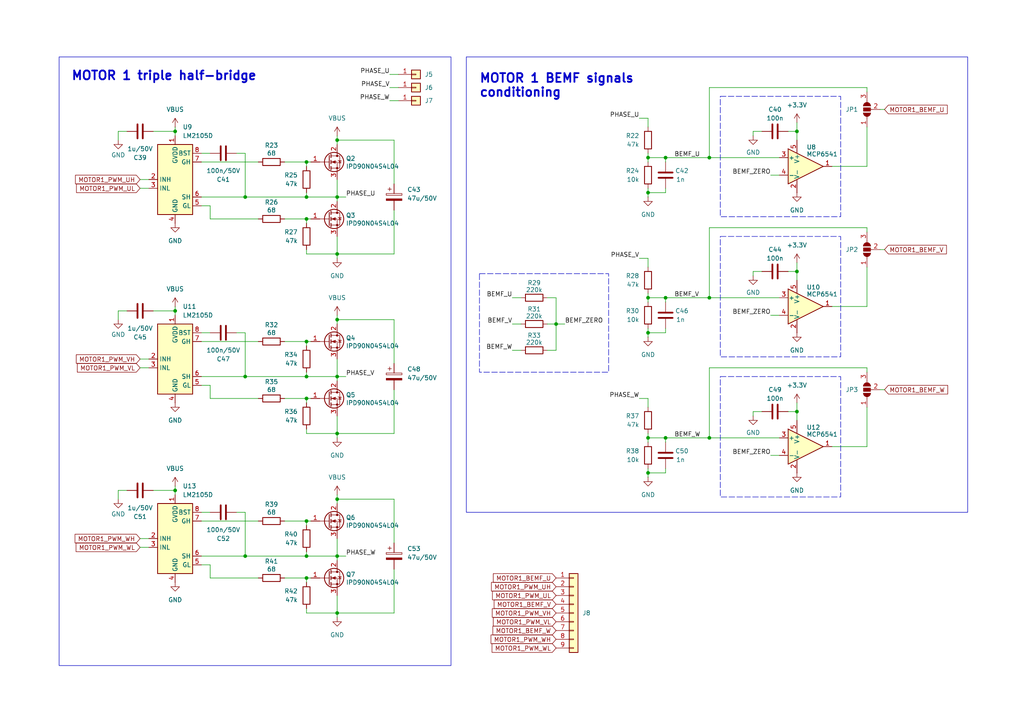
<source format=kicad_sch>
(kicad_sch (version 20250114) (generator "eeschema") (generator_version "9.0")
  (paper "A4")
  (title_block (title "Hogger2 Controller") (date "2025-03-09") (rev "V1.1") (comment 4 "Author: Eryk Możdżeń"))
  (lib_symbols
    (symbol "Comparator:MCP6561-OT" (pin_names (offset 0.127))
      (property "Reference" "U" (at -1.27 6.35 0))
      (property "Value" "MCP6561-OT" (at -1.27 3.81 0))
      (symbol "MCP6561-OT_0_1"
        (polyline (pts (xy -5.08 5.08) (xy 5.08 0) (xy -5.08 -5.08) (xy -5.08 5.08)) (stroke (width 0.254)) (fill (type background)))
        (pin power_in line (at -2.54 7.62 270) (length 3.81) (name "V+") (number "5"))
        (pin power_in line (at -2.54 -7.62 90) (length 3.81) (name "V-") (number "2"))
      )
      (symbol "MCP6561-OT_1_1"
        (pin input line (at -7.62 2.54 0) (length 2.54) (name "+") (number "3"))
        (pin input line (at -7.62 -2.54 0) (length 2.54) (name "-") (number "4"))
        (pin output line (at 7.62 0 180) (length 2.54) (name "~") (number "1"))
      )
    )
    (symbol "Connector_Generic:Conn_01x01" (pin_names (offset 1.016) (hide yes))
      (property "Reference" "J" (at 0 2.54 0))
      (property "Value" "Conn_01x01" (at 0 -2.54 0))
      (symbol "Conn_01x01_1_1"
        (rectangle (start -1.27 1.27) (end 1.27 -1.27) (stroke (width 0.254)) (fill (type background)))
        (rectangle (start -1.27 0.127) (end 0 -0.127) (stroke (width 0.1524)))
        (pin passive line (at -5.08 0 0) (length 3.81) (name "Pin_1") (number "1"))
      )
    )
    (symbol "Connector_Generic:Conn_01x09" (pin_names (offset 1.016) (hide yes))
      (property "Reference" "J" (at 0 12.7 0))
      (property "Value" "Conn_01x09" (at 0 -12.7 0))
      (symbol "Conn_01x09_1_1"
        (rectangle (start -1.27 11.43) (end 1.27 -11.43) (stroke (width 0.254)) (fill (type background)))
        (rectangle (start -1.27 10.287) (end 0 10.033) (stroke (width 0.1524)))
        (rectangle (start -1.27 7.747) (end 0 7.493) (stroke (width 0.1524)))
        (rectangle (start -1.27 5.207) (end 0 4.953) (stroke (width 0.1524)))
        (rectangle (start -1.27 2.667) (end 0 2.413) (stroke (width 0.1524)))
        (rectangle (start -1.27 0.127) (end 0 -0.127) (stroke (width 0.1524)))
        (rectangle (start -1.27 -2.413) (end 0 -2.667) (stroke (width 0.1524)))
        (rectangle (start -1.27 -4.953) (end 0 -5.207) (stroke (width 0.1524)))
        (rectangle (start -1.27 -7.493) (end 0 -7.747) (stroke (width 0.1524)))
        (rectangle (start -1.27 -10.033) (end 0 -10.287) (stroke (width 0.1524)))
        (pin passive line (at -5.08 10.16 0) (length 3.81) (name "Pin_1") (number "1"))
        (pin passive line (at -5.08 7.62 0) (length 3.81) (name "Pin_2") (number "2"))
        (pin passive line (at -5.08 5.08 0) (length 3.81) (name "Pin_3") (number "3"))
        (pin passive line (at -5.08 2.54 0) (length 3.81) (name "Pin_4") (number "4"))
        (pin passive line (at -5.08 0 0) (length 3.81) (name "Pin_5") (number "5"))
        (pin passive line (at -5.08 -2.54 0) (length 3.81) (name "Pin_6") (number "6"))
        (pin passive line (at -5.08 -5.08 0) (length 3.81) (name "Pin_7") (number "7"))
        (pin passive line (at -5.08 -7.62 0) (length 3.81) (name "Pin_8") (number "8"))
        (pin passive line (at -5.08 -10.16 0) (length 3.81) (name "Pin_9") (number "9"))
      )
    )
    (symbol "Device:C" (pin_numbers (hide yes)) (pin_names (offset 0.254))
      (property "Reference" "C" (at 0.635 2.54 0))
      (property "Value" "C" (at 0.635 -2.54 0))
      (symbol "C_0_1"
        (polyline (pts (xy -2.032 0.762) (xy 2.032 0.762)) (stroke (width 0.508)))
        (polyline (pts (xy -2.032 -0.762) (xy 2.032 -0.762)) (stroke (width 0.508)))
      )
      (symbol "C_1_1"
        (pin passive line (at 0 3.81 270) (length 2.794) (name "~") (number "1"))
        (pin passive line (at 0 -3.81 90) (length 2.794) (name "~") (number "2"))
      )
    )
    (symbol "Device:C_Polarized" (pin_numbers (hide yes)) (pin_names (offset 0.254))
      (property "Reference" "C" (at 0.635 2.54 0))
      (property "Value" "C_Polarized" (at 0.635 -2.54 0))
      (symbol "C_Polarized_0_1"
        (rectangle (start -2.286 0.508) (end 2.286 1.016))
        (polyline (pts (xy -1.778 2.286) (xy -0.762 2.286)))
        (polyline (pts (xy -1.27 2.794) (xy -1.27 1.778)))
        (rectangle (start 2.286 -0.508) (end -2.286 -1.016) (fill (type outline)))
      )
      (symbol "C_Polarized_1_1"
        (pin passive line (at 0 3.81 270) (length 2.794) (name "~") (number "1"))
        (pin passive line (at 0 -3.81 90) (length 2.794) (name "~") (number "2"))
      )
    )
    (symbol "Device:Q_NMOS_GDS" (pin_names (offset 0) (hide yes))
      (property "Reference" "Q" (at 5.08 1.27 0))
      (property "Value" "Q_NMOS_GDS" (at 5.08 -1.27 0))
      (symbol "Q_NMOS_GDS_0_1"
        (polyline (pts (xy 0.254 1.905) (xy 0.254 -1.905)) (stroke (width 0.254)))
        (polyline (pts (xy 0.254 0) (xy -2.54 0)))
        (polyline (pts (xy 0.762 2.286) (xy 0.762 1.27)) (stroke (width 0.254)))
        (polyline (pts (xy 0.762 0.508) (xy 0.762 -0.508)) (stroke (width 0.254)))
        (polyline (pts (xy 0.762 -1.27) (xy 0.762 -2.286)) (stroke (width 0.254)))
        (polyline (pts (xy 0.762 -1.778) (xy 3.302 -1.778) (xy 3.302 1.778) (xy 0.762 1.778)))
        (polyline (pts (xy 1.016 0) (xy 2.032 0.381) (xy 2.032 -0.381) (xy 1.016 0)) (fill (type outline)))
        (circle (center 1.651 0) (radius 2.794) (stroke (width 0.254)))
        (polyline (pts (xy 2.54 2.54) (xy 2.54 1.778)))
        (circle (center 2.54 1.778) (radius 0.254) (fill (type outline)))
        (circle (center 2.54 -1.778) (radius 0.254) (fill (type outline)))
        (polyline (pts (xy 2.54 -2.54) (xy 2.54 0) (xy 0.762 0)))
        (polyline (pts (xy 2.794 0.508) (xy 2.921 0.381) (xy 3.683 0.381) (xy 3.81 0.254)))
        (polyline (pts (xy 3.302 0.381) (xy 2.921 -0.254) (xy 3.683 -0.254) (xy 3.302 0.381)))
      )
      (symbol "Q_NMOS_GDS_1_1"
        (pin input line (at -5.08 0 0) (length 2.54) (name "G") (number "1"))
        (pin passive line (at 2.54 5.08 270) (length 2.54) (name "D") (number "2"))
        (pin passive line (at 2.54 -5.08 90) (length 2.54) (name "S") (number "3"))
      )
    )
    (symbol "Device:R" (pin_numbers (hide yes)) (pin_names (offset 0))
      (property "Reference" "R" (at 2.032 0 90))
      (property "Value" "R" (at 0 0 90))
      (symbol "R_0_1"
        (rectangle (start -1.016 -2.54) (end 1.016 2.54) (stroke (width 0.254)))
      )
      (symbol "R_1_1"
        (pin passive line (at 0 3.81 270) (length 1.27) (name "~") (number "1"))
        (pin passive line (at 0 -3.81 90) (length 1.27) (name "~") (number "2"))
      )
    )
    (symbol "Driver_FET:LM2105D"
      (property "Reference" "U" (at 1.27 13.335 0))
      (property "Value" "LM2105D" (at 1.27 11.43 0))
      (symbol "LM2105D_0_1"
        (rectangle (start -5.08 -10.16) (end 5.08 10.16) (stroke (width 0.254)) (fill (type background)))
      )
      (symbol "LM2105D_1_1"
        (pin input line (at -7.62 0 0) (length 2.54) (name "INH") (number "2"))
        (pin input line (at -7.62 -2.54 0) (length 2.54) (name "INL") (number "3"))
        (pin power_in line (at 0 12.7 270) (length 2.54) (name "GVDD") (number "1"))
        (pin power_in line (at 0 -12.7 90) (length 2.54) (name "GND") (number "4"))
        (pin passive line (at 7.62 7.62 180) (length 2.54) (name "BST") (number "8"))
        (pin output line (at 7.62 5.08 180) (length 2.54) (name "GH") (number "7"))
        (pin passive line (at 7.62 -5.08 180) (length 2.54) (name "SH") (number "6"))
        (pin output line (at 7.62 -7.62 180) (length 2.54) (name "GL") (number "5"))
      )
    )
    (symbol "Jumper:SolderJumper_3_Open" (pin_names (offset 0) (hide yes)) (exclude_from_sim yes) (in_bom no)
      (property "Reference" "JP" (at -2.54 -2.54 0))
      (property "Value" "SolderJumper_3_Open" (at 0 2.794 0))
      (symbol "SolderJumper_3_Open_0_1"
        (polyline (pts (xy -2.54 0) (xy -2.032 0)))
        (polyline (pts (xy -1.016 1.016) (xy -1.016 -1.016)))
        (arc (start -1.016 -1.016) (mid -2.0276 0) (end -1.016 1.016))
        (arc (start -1.016 -1.016) (mid -2.0276 0) (end -1.016 1.016) (fill (type outline)))
        (rectangle (start -0.508 1.016) (end 0.508 -1.016) (fill (type outline)))
        (polyline (pts (xy 0 -1.27) (xy 0 -1.016)))
        (arc (start 1.016 1.016) (mid 2.0276 0) (end 1.016 -1.016))
        (arc (start 1.016 1.016) (mid 2.0276 0) (end 1.016 -1.016) (fill (type outline)))
        (polyline (pts (xy 1.016 1.016) (xy 1.016 -1.016)))
        (polyline (pts (xy 2.54 0) (xy 2.032 0)))
      )
      (symbol "SolderJumper_3_Open_1_1"
        (pin passive line (at -5.08 0 0) (length 2.54) (name "A") (number "1"))
        (pin passive line (at 0 -3.81 90) (length 2.54) (name "C") (number "2"))
        (pin passive line (at 5.08 0 180) (length 2.54) (name "B") (number "3"))
      )
    )
    (symbol "VBUS_1" (power) (pin_numbers (hide yes)) (pin_names (offset 0) (hide yes))
      (property "Value" "VBUS" (at 0 3.556 0))
      (symbol "VBUS_1_0_1"
        (polyline (pts (xy -0.762 1.27) (xy 0 2.54)))
        (polyline (pts (xy 0 2.54) (xy 0.762 1.27)))
        (polyline (pts (xy 0 0) (xy 0 2.54)))
      )
      (symbol "VBUS_1_1_1"
        (pin power_in line (at 0 0 90) (length 0) (name "~") (number "1"))
      )
    )
    (symbol "power:+3.3V" (power) (pin_names (offset 0))
      (property "Value" "+3.3V" (at 0 3.556 0))
      (symbol "+3.3V_0_1"
        (polyline (pts (xy -0.762 1.27) (xy 0 2.54)))
        (polyline (pts (xy 0 2.54) (xy 0.762 1.27)))
        (polyline (pts (xy 0 0) (xy 0 2.54)))
      )
      (symbol "+3.3V_1_1"
        (pin power_in line (at 0 0 90) (length 0) (hide yes) (name "+3.3V") (number "1"))
      )
    )
    (symbol "power:GND" (power) (pin_numbers (hide yes)) (pin_names (offset 0) (hide yes))
      (property "Value" "GND" (at 0 -3.81 0))
      (symbol "GND_0_1"
        (polyline (pts (xy 0 0) (xy 0 -1.27) (xy 1.27 -1.27) (xy 0 -2.54) (xy -1.27 -1.27) (xy 0 -1.27)))
      )
      (symbol "GND_1_1"
        (pin power_in line (at 0 0 270) (length 0) (name "~") (number "1"))
      )
    )
  )
  (rectangle (start 208.915 109.22) (end 243.84 144.145) (stroke (width 0) (type dash)))
  (rectangle (start 243.84 77.47) (end 243.84 77.47))
  (rectangle (start 139.065 79.375) (end 176.53 107.95) (stroke (width 0) (type dash)))
  (rectangle (start 17.145 16.51) (end 130.81 193.04))
  (rectangle (start 208.915 68.58) (end 243.84 103.505) (stroke (width 0) (type dash)))
  (rectangle (start 243.84 118.11) (end 243.84 118.11))
  (rectangle (start 208.915 27.94) (end 243.84 62.865) (stroke (width 0) (type dash)))
  (rectangle (start 135.255 16.51) (end 280.67 148.59))
  (rectangle (start 243.84 36.83) (end 243.84 36.83))
  (text "MOTOR 1 triple half-bridge" (at 20.574 22.098 0) (effects (font (size 2.54 2.54) (thickness 0.508) (bold yes)) (justify left)))
  (text "MOTOR 1 BEMF signals\nconditioning" (at 138.938 24.892 0) (effects (font (size 2.54 2.54) (thickness 0.508) (bold yes)) (justify left)))
  (junction (at 71.12 57.15))
  (junction (at 231.14 78.74))
  (junction (at 88.9 63.5))
  (junction (at 97.79 144.78))
  (junction (at 193.04 127))
  (junction (at 88.9 161.29))
  (junction (at 97.79 161.29))
  (junction (at 187.96 86.36))
  (junction (at 231.14 119.38))
  (junction (at 71.12 161.29))
  (junction (at 205.74 45.72))
  (junction (at 187.96 55.88))
  (junction (at 97.79 109.22))
  (junction (at 187.96 137.16))
  (junction (at 50.8 90.17))
  (junction (at 97.79 92.71))
  (junction (at 88.9 167.64))
  (junction (at 97.79 125.73))
  (junction (at 187.96 45.72))
  (junction (at 71.12 109.22))
  (junction (at 187.96 96.52))
  (junction (at 97.79 73.66))
  (junction (at 50.8 38.1))
  (junction (at 205.74 86.36))
  (junction (at 50.8 142.24))
  (junction (at 193.04 45.72))
  (junction (at 97.79 177.8))
  (junction (at 88.9 115.57))
  (junction (at 97.79 57.15))
  (junction (at 88.9 99.06))
  (junction (at 231.14 38.1))
  (junction (at 88.9 57.15))
  (junction (at 193.04 86.36))
  (junction (at 88.9 151.13))
  (junction (at 88.9 109.22))
  (junction (at 88.9 46.99))
  (junction (at 97.79 40.64))
  (junction (at 187.96 127))
  (junction (at 161.29 93.98))
  (junction (at 205.74 127))
  (wire (pts (xy 88.9 176.53) (xy 88.9 177.8)))
  (wire (pts (xy 187.96 77.47) (xy 187.96 74.93)))
  (wire (pts (xy 220.98 38.1) (xy 218.44 38.1)))
  (wire (pts (xy 97.79 52.07) (xy 97.79 57.15)))
  (wire (pts (xy 82.55 46.99) (xy 88.9 46.99)))
  (wire (pts (xy 256.54 31.75) (xy 255.27 31.75)))
  (wire (pts (xy 60.96 167.64) (xy 60.96 163.83)))
  (wire (pts (xy 97.79 125.73) (xy 97.79 127)))
  (wire (pts (xy 97.79 161.29) (xy 97.79 162.56)))
  (wire (pts (xy 205.74 66.04) (xy 205.74 86.36)))
  (wire (pts (xy 97.79 125.73) (xy 114.3 125.73)))
  (wire (pts (xy 71.12 44.45) (xy 71.12 57.15)))
  (wire (pts (xy 97.79 177.8) (xy 97.79 172.72)))
  (wire (pts (xy 193.04 137.16) (xy 193.04 135.89)))
  (wire (pts (xy 114.3 157.48) (xy 114.3 144.78)))
  (wire (pts (xy 71.12 57.15) (xy 88.9 57.15)))
  (wire (pts (xy 205.74 127) (xy 226.06 127)))
  (wire (pts (xy 114.3 73.66) (xy 114.3 60.96)))
  (wire (pts (xy 58.42 57.15) (xy 71.12 57.15)))
  (wire (pts (xy 97.79 73.66) (xy 114.3 73.66)))
  (wire (pts (xy 193.04 127) (xy 205.74 127)))
  (wire (pts (xy 158.75 101.6) (xy 161.29 101.6)))
  (wire (pts (xy 88.9 167.64) (xy 88.9 168.91)))
  (wire (pts (xy 231.14 78.74) (xy 228.6 78.74)))
  (wire (pts (xy 205.74 86.36) (xy 226.06 86.36)))
  (wire (pts (xy 71.12 109.22) (xy 88.9 109.22)))
  (wire (pts (xy 88.9 151.13) (xy 88.9 152.4)))
  (wire (pts (xy 223.52 91.44) (xy 226.06 91.44)))
  (wire (pts (xy 231.14 76.2) (xy 231.14 78.74)))
  (wire (pts (xy 34.29 38.1) (xy 34.29 40.64)))
  (wire (pts (xy 58.42 151.13) (xy 74.93 151.13)))
  (wire (pts (xy 88.9 160.02) (xy 88.9 161.29)))
  (wire (pts (xy 50.8 88.9) (xy 50.8 90.17)))
  (wire (pts (xy 88.9 73.66) (xy 97.79 73.66)))
  (wire (pts (xy 187.96 97.79) (xy 187.96 96.52)))
  (wire (pts (xy 193.04 55.88) (xy 193.04 54.61)))
  (wire (pts (xy 148.59 86.36) (xy 151.13 86.36)))
  (wire (pts (xy 231.14 119.38) (xy 228.6 119.38)))
  (wire (pts (xy 251.46 77.47) (xy 251.46 88.9)))
  (wire (pts (xy 60.96 59.69) (xy 58.42 59.69)))
  (wire (pts (xy 187.96 45.72) (xy 193.04 45.72)))
  (wire (pts (xy 114.3 105.41) (xy 114.3 92.71)))
  (wire (pts (xy 187.96 55.88) (xy 187.96 54.61)))
  (wire (pts (xy 193.04 86.36) (xy 205.74 86.36)))
  (wire (pts (xy 114.3 40.64) (xy 97.79 40.64)))
  (wire (pts (xy 97.79 73.66) (xy 97.79 68.58)))
  (wire (pts (xy 60.96 163.83) (xy 58.42 163.83)))
  (wire (pts (xy 187.96 137.16) (xy 187.96 135.89)))
  (wire (pts (xy 88.9 46.99) (xy 88.9 48.26)))
  (wire (pts (xy 97.79 104.14) (xy 97.79 109.22)))
  (wire (pts (xy 114.3 177.8) (xy 114.3 165.1)))
  (wire (pts (xy 88.9 161.29) (xy 97.79 161.29)))
  (wire (pts (xy 251.46 118.11) (xy 251.46 129.54)))
  (wire (pts (xy 88.9 72.39) (xy 88.9 73.66)))
  (wire (pts (xy 97.79 73.66) (xy 97.79 74.93)))
  (wire (pts (xy 58.42 161.29) (xy 71.12 161.29)))
  (wire (pts (xy 50.8 142.24) (xy 50.8 143.51)))
  (wire (pts (xy 97.79 177.8) (xy 97.79 179.07)))
  (wire (pts (xy 231.14 40.64) (xy 231.14 38.1)))
  (wire (pts (xy 148.59 101.6) (xy 151.13 101.6)))
  (wire (pts (xy 251.46 25.4) (xy 205.74 25.4)))
  (wire (pts (xy 231.14 81.28) (xy 231.14 78.74)))
  (wire (pts (xy 50.8 38.1) (xy 50.8 39.37)))
  (wire (pts (xy 58.42 96.52) (xy 60.96 96.52)))
  (wire (pts (xy 251.46 106.68) (xy 205.74 106.68)))
  (wire (pts (xy 71.12 161.29) (xy 88.9 161.29)))
  (wire (pts (xy 187.96 127) (xy 187.96 128.27)))
  (wire (pts (xy 82.55 151.13) (xy 88.9 151.13)))
  (wire (pts (xy 241.3 88.9) (xy 251.46 88.9)))
  (wire (pts (xy 97.79 57.15) (xy 100.33 57.15)))
  (wire (pts (xy 256.54 72.39) (xy 255.27 72.39)))
  (wire (pts (xy 58.42 109.22) (xy 71.12 109.22)))
  (wire (pts (xy 97.79 125.73) (xy 97.79 120.65)))
  (wire (pts (xy 114.3 125.73) (xy 114.3 113.03)))
  (wire (pts (xy 60.96 111.76) (xy 58.42 111.76)))
  (wire (pts (xy 231.14 121.92) (xy 231.14 119.38)))
  (wire (pts (xy 231.14 38.1) (xy 228.6 38.1)))
  (wire (pts (xy 44.45 142.24) (xy 50.8 142.24)))
  (wire (pts (xy 187.96 57.15) (xy 187.96 55.88)))
  (wire (pts (xy 88.9 167.64) (xy 90.17 167.64)))
  (wire (pts (xy 34.29 142.24) (xy 34.29 144.78)))
  (wire (pts (xy 97.79 109.22) (xy 100.33 109.22)))
  (wire (pts (xy 88.9 177.8) (xy 97.79 177.8)))
  (wire (pts (xy 241.3 48.26) (xy 251.46 48.26)))
  (wire (pts (xy 50.8 140.97) (xy 50.8 142.24)))
  (wire (pts (xy 205.74 25.4) (xy 205.74 45.72)))
  (wire (pts (xy 97.79 57.15) (xy 97.79 58.42)))
  (wire (pts (xy 58.42 99.06) (xy 74.93 99.06)))
  (wire (pts (xy 251.46 107.95) (xy 251.46 106.68)))
  (wire (pts (xy 97.79 177.8) (xy 114.3 177.8)))
  (wire (pts (xy 241.3 129.54) (xy 251.46 129.54)))
  (wire (pts (xy 44.45 90.17) (xy 50.8 90.17)))
  (wire (pts (xy 60.96 115.57) (xy 60.96 111.76)))
  (wire (pts (xy 223.52 132.08) (xy 226.06 132.08)))
  (wire (pts (xy 88.9 125.73) (xy 97.79 125.73)))
  (wire (pts (xy 74.93 115.57) (xy 60.96 115.57)))
  (wire (pts (xy 218.44 38.1) (xy 218.44 39.37)))
  (wire (pts (xy 40.64 156.21) (xy 43.18 156.21)))
  (wire (pts (xy 187.96 118.11) (xy 187.96 115.57)))
  (wire (pts (xy 205.74 45.72) (xy 226.06 45.72)))
  (wire (pts (xy 193.04 127) (xy 193.04 128.27)))
  (wire (pts (xy 158.75 93.98) (xy 161.29 93.98)))
  (wire (pts (xy 40.64 106.68) (xy 43.18 106.68)))
  (wire (pts (xy 88.9 115.57) (xy 88.9 116.84)))
  (wire (pts (xy 148.59 93.98) (xy 151.13 93.98)))
  (wire (pts (xy 74.93 63.5) (xy 60.96 63.5)))
  (wire (pts (xy 90.17 151.13) (xy 88.9 151.13)))
  (wire (pts (xy 187.96 36.83) (xy 187.96 34.29)))
  (wire (pts (xy 218.44 78.74) (xy 218.44 80.01)))
  (wire (pts (xy 40.64 52.07) (xy 43.18 52.07)))
  (wire (pts (xy 97.79 92.71) (xy 97.79 93.98)))
  (wire (pts (xy 185.42 74.93) (xy 187.96 74.93)))
  (wire (pts (xy 187.96 45.72) (xy 187.96 46.99)))
  (wire (pts (xy 82.55 99.06) (xy 88.9 99.06)))
  (wire (pts (xy 193.04 45.72) (xy 193.04 46.99)))
  (wire (pts (xy 88.9 55.88) (xy 88.9 57.15)))
  (wire (pts (xy 161.29 86.36) (xy 161.29 93.98)))
  (wire (pts (xy 251.46 66.04) (xy 205.74 66.04)))
  (wire (pts (xy 187.96 125.73) (xy 187.96 127)))
  (wire (pts (xy 114.3 92.71) (xy 97.79 92.71)))
  (wire (pts (xy 220.98 78.74) (xy 218.44 78.74)))
  (wire (pts (xy 88.9 99.06) (xy 88.9 100.33)))
  (wire (pts (xy 88.9 57.15) (xy 97.79 57.15)))
  (wire (pts (xy 114.3 144.78) (xy 97.79 144.78)))
  (wire (pts (xy 231.14 116.84) (xy 231.14 119.38)))
  (wire (pts (xy 256.54 113.03) (xy 255.27 113.03)))
  (wire (pts (xy 187.96 44.45) (xy 187.96 45.72)))
  (wire (pts (xy 58.42 46.99) (xy 74.93 46.99)))
  (wire (pts (xy 74.93 167.64) (xy 60.96 167.64)))
  (wire (pts (xy 68.58 96.52) (xy 71.12 96.52)))
  (wire (pts (xy 218.44 119.38) (xy 218.44 120.65)))
  (wire (pts (xy 187.96 86.36) (xy 187.96 87.63)))
  (wire (pts (xy 187.96 96.52) (xy 187.96 95.25)))
  (wire (pts (xy 187.96 55.88) (xy 193.04 55.88)))
  (wire (pts (xy 40.64 54.61) (xy 43.18 54.61)))
  (wire (pts (xy 60.96 63.5) (xy 60.96 59.69)))
  (wire (pts (xy 88.9 107.95) (xy 88.9 109.22)))
  (wire (pts (xy 88.9 115.57) (xy 90.17 115.57)))
  (wire (pts (xy 97.79 39.37) (xy 97.79 40.64)))
  (wire (pts (xy 44.45 38.1) (xy 50.8 38.1)))
  (wire (pts (xy 231.14 35.56) (xy 231.14 38.1)))
  (wire (pts (xy 187.96 86.36) (xy 193.04 86.36)))
  (wire (pts (xy 114.3 53.34) (xy 114.3 40.64)))
  (wire (pts (xy 50.8 36.83) (xy 50.8 38.1)))
  (wire (pts (xy 97.79 156.21) (xy 97.79 161.29)))
  (wire (pts (xy 187.96 137.16) (xy 193.04 137.16)))
  (wire (pts (xy 82.55 63.5) (xy 88.9 63.5)))
  (wire (pts (xy 97.79 91.44) (xy 97.79 92.71)))
  (wire (pts (xy 185.42 34.29) (xy 187.96 34.29)))
  (wire (pts (xy 97.79 40.64) (xy 97.79 41.91)))
  (wire (pts (xy 97.79 143.51) (xy 97.79 144.78)))
  (wire (pts (xy 97.79 161.29) (xy 100.33 161.29)))
  (wire (pts (xy 187.96 127) (xy 193.04 127)))
  (wire (pts (xy 40.64 104.14) (xy 43.18 104.14)))
  (wire (pts (xy 71.12 148.59) (xy 71.12 161.29)))
  (wire (pts (xy 113.03 21.59) (xy 115.57 21.59)))
  (wire (pts (xy 88.9 124.46) (xy 88.9 125.73)))
  (wire (pts (xy 36.83 38.1) (xy 34.29 38.1)))
  (wire (pts (xy 36.83 142.24) (xy 34.29 142.24)))
  (wire (pts (xy 251.46 36.83) (xy 251.46 48.26)))
  (wire (pts (xy 220.98 119.38) (xy 218.44 119.38)))
  (wire (pts (xy 193.04 86.36) (xy 193.04 87.63)))
  (wire (pts (xy 251.46 26.67) (xy 251.46 25.4)))
  (wire (pts (xy 187.96 96.52) (xy 193.04 96.52)))
  (wire (pts (xy 158.75 86.36) (xy 161.29 86.36)))
  (wire (pts (xy 193.04 96.52) (xy 193.04 95.25)))
  (wire (pts (xy 161.29 93.98) (xy 163.83 93.98)))
  (wire (pts (xy 88.9 63.5) (xy 88.9 64.77)))
  (wire (pts (xy 40.64 158.75) (xy 43.18 158.75)))
  (wire (pts (xy 223.52 50.8) (xy 226.06 50.8)))
  (wire (pts (xy 193.04 45.72) (xy 205.74 45.72)))
  (wire (pts (xy 68.58 44.45) (xy 71.12 44.45)))
  (wire (pts (xy 68.58 148.59) (xy 71.12 148.59)))
  (wire (pts (xy 82.55 167.64) (xy 88.9 167.64)))
  (wire (pts (xy 187.96 85.09) (xy 187.96 86.36)))
  (wire (pts (xy 36.83 90.17) (xy 34.29 90.17)))
  (wire (pts (xy 97.79 109.22) (xy 97.79 110.49)))
  (wire (pts (xy 71.12 96.52) (xy 71.12 109.22)))
  (wire (pts (xy 97.79 144.78) (xy 97.79 146.05)))
  (wire (pts (xy 88.9 63.5) (xy 90.17 63.5)))
  (wire (pts (xy 185.42 115.57) (xy 187.96 115.57)))
  (wire (pts (xy 251.46 67.31) (xy 251.46 66.04)))
  (wire (pts (xy 34.29 90.17) (xy 34.29 92.71)))
  (wire (pts (xy 161.29 93.98) (xy 161.29 101.6)))
  (wire (pts (xy 58.42 44.45) (xy 60.96 44.45)))
  (wire (pts (xy 58.42 148.59) (xy 60.96 148.59)))
  (wire (pts (xy 82.55 115.57) (xy 88.9 115.57)))
  (wire (pts (xy 205.74 106.68) (xy 205.74 127)))
  (wire (pts (xy 187.96 138.43) (xy 187.96 137.16)))
  (wire (pts (xy 50.8 90.17) (xy 50.8 91.44)))
  (wire (pts (xy 88.9 109.22) (xy 97.79 109.22)))
  (wire (pts (xy 90.17 46.99) (xy 88.9 46.99)))
  (wire (pts (xy 113.03 29.21) (xy 115.57 29.21)))
  (wire (pts (xy 90.17 99.06) (xy 88.9 99.06)))
  (wire (pts (xy 113.03 25.4) (xy 115.57 25.4)))
  (label "PHASE_W" (at 113.03 29.21 180))
  (label "BEMF_ZERO" (at 223.52 132.08 180))
  (label "PHASE_V" (at 185.42 74.93 180))
  (label "PHASE_U" (at 100.33 57.15 0))
  (label "PHASE_V" (at 100.33 109.22 0))
  (label "BEMF_W" (at 195.58 127 0))
  (label "PHASE_W" (at 185.42 115.57 180))
  (label "PHASE_V" (at 113.03 25.4 180))
  (label "PHASE_U" (at 113.03 21.59 180))
  (label "PHASE_U" (at 185.42 34.29 180))
  (label "PHASE_W" (at 100.33 161.29 0))
  (label "BEMF_W" (at 148.59 101.6 180))
  (label "BEMF_V" (at 195.58 86.36 0))
  (label "BEMF_U" (at 148.59 86.36 180))
  (label "BEMF_ZERO" (at 163.83 93.98 0))
  (label "BEMF_V" (at 148.59 93.98 180))
  (label "BEMF_ZERO" (at 223.52 50.8 180))
  (label "BEMF_U" (at 195.58 45.72 0))
  (label "BEMF_ZERO" (at 223.52 91.44 180))
  (global_label "MOTOR1_PWM_UL" (shape input) (at 40.64 54.61 180) (property "Intersheetrefs" "${INTERSHEET_REFS}" (effects (hide yes))))
  (global_label "MOTOR1_PWM_VL" (shape input) (at 40.64 106.68 180) (property "Intersheetrefs" "${INTERSHEET_REFS}" (effects (hide yes))))
  (global_label "MOTOR1_PWM_VH" (shape input) (at 161.29 177.8 180) (property "Intersheetrefs" "${INTERSHEET_REFS}" (effects (hide yes))))
  (global_label "MOTOR1_PWM_VH" (shape input) (at 40.64 104.14 180) (property "Intersheetrefs" "${INTERSHEET_REFS}" (effects (hide yes))))
  (global_label "MOTOR1_PWM_WL" (shape input) (at 161.29 187.96 180) (property "Intersheetrefs" "${INTERSHEET_REFS}" (effects (hide yes))))
  (global_label "MOTOR1_BEMF_V" (shape input) (at 161.29 175.26 180) (property "Intersheetrefs" "${INTERSHEET_REFS}" (effects (hide yes))))
  (global_label "MOTOR1_BEMF_W" (shape input) (at 256.54 113.03 0) (property "Intersheetrefs" "${INTERSHEET_REFS}" (effects (hide yes))))
  (global_label "MOTOR1_BEMF_U" (shape input) (at 256.54 31.75 0) (property "Intersheetrefs" "${INTERSHEET_REFS}" (effects (hide yes))))
  (global_label "MOTOR1_PWM_WH" (shape input) (at 40.64 156.21 180) (property "Intersheetrefs" "${INTERSHEET_REFS}" (effects (hide yes))))
  (global_label "MOTOR1_PWM_UL" (shape input) (at 161.29 172.72 180) (property "Intersheetrefs" "${INTERSHEET_REFS}" (effects (hide yes))))
  (global_label "MOTOR1_PWM_WL" (shape input) (at 40.64 158.75 180) (property "Intersheetrefs" "${INTERSHEET_REFS}" (effects (hide yes))))
  (global_label "MOTOR1_PWM_WH" (shape input) (at 161.29 185.42 180) (property "Intersheetrefs" "${INTERSHEET_REFS}" (effects (hide yes))))
  (global_label "MOTOR1_BEMF_W" (shape input) (at 161.29 182.88 180) (property "Intersheetrefs" "${INTERSHEET_REFS}" (effects (hide yes))))
  (global_label "MOTOR1_PWM_UH" (shape input) (at 161.29 170.18 180) (property "Intersheetrefs" "${INTERSHEET_REFS}" (effects (hide yes))))
  (global_label "MOTOR1_BEMF_U" (shape input) (at 161.29 167.64 180) (property "Intersheetrefs" "${INTERSHEET_REFS}" (effects (hide yes))))
  (global_label "MOTOR1_PWM_UH" (shape input) (at 40.64 52.07 180) (property "Intersheetrefs" "${INTERSHEET_REFS}" (effects (hide yes))))
  (global_label "MOTOR1_BEMF_V" (shape input) (at 256.54 72.39 0) (property "Intersheetrefs" "${INTERSHEET_REFS}" (effects (hide yes))))
  (global_label "MOTOR1_PWM_VL" (shape input) (at 161.29 180.34 180) (property "Intersheetrefs" "${INTERSHEET_REFS}" (effects (hide yes))))
  (symbol (lib_id "Device:R") (at 88.9 172.72 0) (mirror y) (unit 1)
    (property "Reference" "R42" (at 86.36 171.4499 0) (effects (justify left)))
    (property "Value" "47k" (at 86.36 173.9899 0) (effects (justify left)))
    (property "Footprint" "Resistor_SMD:R_0603_1608Metric" (effects (hide yes)))
    (property "Description" "Resistor" (effects (hide yes)))
  )
  (symbol (lib_id "power:GND") (at 97.79 127 0) (unit 1)
    (property "Reference" "#PWR0103" (effects (hide yes)))
    (property "Value" "GND" (at 97.79 132.08 0))
    (property "Description" "Power symbol creates a global label with name \"GND\" , ground" (effects (hide yes)))
  )
  (symbol (lib_id "Device:C") (at 224.79 78.74 90) (unit 1)
    (property "Reference" "C44" (at 224.79 72.39 90))
    (property "Value" "100n" (at 224.79 74.93 90))
    (property "Footprint" "Capacitor_SMD:C_0603_1608Metric" (effects (hide yes)))
    (property "Description" "Unpolarized capacitor" (effects (hide yes)))
  )
  (symbol (lib_id "Device:R") (at 154.94 93.98 90) (unit 1)
    (property "Reference" "R31" (at 154.94 89.662 90))
    (property "Value" "220k" (at 154.94 91.694 90))
    (property "Footprint" "Resistor_SMD:R_0603_1608Metric" (effects (hide yes)))
    (property "Description" "Resistor" (effects (hide yes)))
  )
  (symbol (lib_id "Device:R") (at 88.9 104.14 0) (mirror y) (unit 1)
    (property "Reference" "R34" (at 86.36 102.8699 0) (effects (justify left)))
    (property "Value" "47k" (at 86.36 105.4099 0) (effects (justify left)))
    (property "Footprint" "Resistor_SMD:R_0603_1608Metric" (effects (hide yes)))
    (property "Description" "Resistor" (effects (hide yes)))
  )
  (symbol (lib_id "power:GND") (at 187.96 57.15 0) (unit 1)
    (property "Reference" "#PWR090" (effects (hide yes)))
    (property "Value" "GND" (at 187.96 62.23 0))
    (property "Description" "Power symbol creates a global label with name \"GND\" , ground" (effects (hide yes)))
  )
  (symbol (lib_name "VBUS_1") (lib_id "power:VBUS") (at 97.79 91.44 0) (unit 1)
    (property "Reference" "#PWR096" (effects (hide yes)))
    (property "Value" "VBUS" (at 97.79 86.36 0))
    (property "Description" "Power symbol creates a global label with name \"VBUS\"" (effects (hide yes)))
  )
  (symbol (lib_id "Connector_Generic:Conn_01x01") (at 120.65 21.59 0) (unit 1)
    (property "Reference" "J5" (at 123.19 21.5899 0) (effects (justify left)))
    (property "Value" "Conn_01x01" (effects (hide yes)))
    (property "Footprint" "Connector_Wire:SolderWire-2.5sqmm_1x01_D2.4mm_OD4.4mm" (effects (hide yes)))
    (property "Description" "Generic connector, single row, 01x01, script generated (kicad-library-utils/schlib/autogen/connector/)" (effects (hide yes)))
  )
  (symbol (lib_id "Driver_FET:LM2105D") (at 50.8 52.07 0) (unit 1)
    (property "Reference" "U9" (at 52.9941 36.83 0) (effects (justify left)))
    (property "Value" "LM2105D" (at 52.9941 39.37 0) (effects (justify left)))
    (property "Footprint" "Package_SO:SOIC-8_3.9x4.9mm_P1.27mm" (effects (hide yes)))
    (property "Datasheet" "https://www.ti.com/lit/ds/symlink/lm2105.pdf" (effects (hide yes)))
    (property "Description" "107-V, 0.5-A, 0.8-A Half-Bridge Driver with 5-V UVLO and Integrated Bootstrap Diode, SOIC-8" (effects (hide yes)))
  )
  (symbol (lib_id "Connector_Generic:Conn_01x01") (at 120.65 29.21 0) (unit 1)
    (property "Reference" "J7" (at 123.19 29.2099 0) (effects (justify left)))
    (property "Value" "Conn_01x01" (effects (hide yes)))
    (property "Footprint" "Connector_Wire:SolderWire-2.5sqmm_1x01_D2.4mm_OD4.4mm" (effects (hide yes)))
    (property "Description" "Generic connector, single row, 01x01, script generated (kicad-library-utils/schlib/autogen/connector/)" (effects (hide yes)))
  )
  (symbol (lib_id "Driver_FET:LM2105D") (at 50.8 104.14 0) (unit 1)
    (property "Reference" "U11" (at 52.9941 88.9 0) (effects (justify left)))
    (property "Value" "LM2105D" (at 52.9941 91.44 0) (effects (justify left)))
    (property "Footprint" "Package_SO:SOIC-8_3.9x4.9mm_P1.27mm" (effects (hide yes)))
    (property "Datasheet" "https://www.ti.com/lit/ds/symlink/lm2105.pdf" (effects (hide yes)))
    (property "Description" "107-V, 0.5-A, 0.8-A Half-Bridge Driver with 5-V UVLO and Integrated Bootstrap Diode, SOIC-8" (effects (hide yes)))
  )
  (symbol (lib_id "Device:R") (at 78.74 63.5 90) (unit 1)
    (property "Reference" "R26" (at 78.74 58.674 90))
    (property "Value" "68" (at 78.74 60.96 90))
    (property "Footprint" "Resistor_SMD:R_0603_1608Metric" (effects (hide yes)))
    (property "Description" "Resistor" (effects (hide yes)))
  )
  (symbol (lib_id "power:GND") (at 97.79 74.93 0) (unit 1)
    (property "Reference" "#PWR092" (effects (hide yes)))
    (property "Value" "GND" (at 97.79 80.01 0))
    (property "Description" "Power symbol creates a global label with name \"GND\" , ground" (effects (hide yes)))
  )
  (symbol (lib_id "Device:Q_NMOS_GDS") (at 95.25 115.57 0) (unit 1)
    (property "Reference" "Q5" (at 100.33 114.554 0) (effects (justify left)))
    (property "Value" "IPD90N04S4L04" (at 100.33 116.84 0) (effects (justify left)))
    (property "Footprint" "Package_TO_SOT_SMD:TO-252-2" (effects (hide yes)))
    (property "Description" "N-MOSFET transistor, gate/drain/source" (effects (hide yes)))
  )
  (symbol (lib_id "power:+3.3V") (at 231.14 35.56 0) (unit 1)
    (property "Reference" "#PWR084" (effects (hide yes)))
    (property "Value" "+3.3V" (at 231.14 30.48 0))
    (property "Description" "Power symbol creates a global label with name \"+3.3V\"" (effects (hide yes)))
  )
  (symbol (lib_id "Device:R") (at 187.96 121.92 0) (mirror y) (unit 1)
    (property "Reference" "R37" (at 185.42 120.6499 0) (effects (justify left)))
    (property "Value" "47k" (at 185.42 123.1899 0) (effects (justify left)))
    (property "Footprint" "Resistor_SMD:R_0603_1608Metric" (effects (hide yes)))
    (property "Description" "Resistor" (effects (hide yes)))
  )
  (symbol (lib_id "Device:R") (at 187.96 132.08 0) (mirror y) (unit 1)
    (property "Reference" "R38" (at 185.42 130.8099 0) (effects (justify left)))
    (property "Value" "10k" (at 185.42 133.3499 0) (effects (justify left)))
    (property "Footprint" "Resistor_SMD:R_0603_1608Metric" (effects (hide yes)))
    (property "Description" "Resistor" (effects (hide yes)))
  )
  (symbol (lib_id "power:GND") (at 218.44 120.65 0) (unit 1)
    (property "Reference" "#PWR0102" (effects (hide yes)))
    (property "Value" "GND" (at 218.44 125.476 0))
    (property "Description" "Power symbol creates a global label with name \"GND\" , ground" (effects (hide yes)))
  )
  (symbol (lib_id "power:GND") (at 34.29 92.71 0) (unit 1)
    (property "Reference" "#PWR097" (effects (hide yes)))
    (property "Value" "GND" (at 34.29 97.028 0))
    (property "Description" "Power symbol creates a global label with name \"GND\" , ground" (effects (hide yes)))
  )
  (symbol (lib_id "Device:C") (at 193.04 132.08 0) (unit 1)
    (property "Reference" "C50" (at 195.834 130.81 0) (effects (justify left)))
    (property "Value" "1n" (at 196.088 133.35 0) (effects (justify left)))
    (property "Footprint" "Capacitor_SMD:C_0603_1608Metric" (effects (hide yes)))
    (property "Description" "Unpolarized capacitor" (effects (hide yes)))
  )
  (symbol (lib_name "VBUS_1") (lib_id "power:VBUS") (at 97.79 143.51 0) (unit 1)
    (property "Reference" "#PWR0107" (effects (hide yes)))
    (property "Value" "VBUS" (at 97.79 138.43 0))
    (property "Description" "Power symbol creates a global label with name \"VBUS\"" (effects (hide yes)))
  )
  (symbol (lib_id "Device:C") (at 64.77 148.59 90) (unit 1)
    (property "Reference" "C52" (at 64.77 156.21 90))
    (property "Value" "100n/50V" (at 64.77 153.67 90))
    (property "Footprint" "Capacitor_SMD:C_0603_1608Metric" (effects (hide yes)))
    (property "Description" "Unpolarized capacitor" (effects (hide yes)))
  )
  (symbol (lib_id "Device:R") (at 187.96 81.28 0) (mirror y) (unit 1)
    (property "Reference" "R28" (at 185.42 80.0099 0) (effects (justify left)))
    (property "Value" "47k" (at 185.42 82.5499 0) (effects (justify left)))
    (property "Footprint" "Resistor_SMD:R_0603_1608Metric" (effects (hide yes)))
    (property "Description" "Resistor" (effects (hide yes)))
  )
  (symbol (lib_name "VBUS_1") (lib_id "power:VBUS") (at 50.8 36.83 0) (unit 1)
    (property "Reference" "#PWR085" (effects (hide yes)))
    (property "Value" "VBUS" (at 50.8 31.75 0))
    (property "Description" "Power symbol creates a global label with name \"VBUS\"" (effects (hide yes)))
  )
  (symbol (lib_id "power:GND") (at 97.79 179.07 0) (unit 1)
    (property "Reference" "#PWR0110" (effects (hide yes)))
    (property "Value" "GND" (at 97.79 184.15 0))
    (property "Description" "Power symbol creates a global label with name \"GND\" , ground" (effects (hide yes)))
  )
  (symbol (lib_id "Device:R") (at 154.94 86.36 90) (unit 1)
    (property "Reference" "R29" (at 154.94 82.042 90))
    (property "Value" "220k" (at 154.94 84.074 90))
    (property "Footprint" "Resistor_SMD:R_0603_1608Metric" (effects (hide yes)))
    (property "Description" "Resistor" (effects (hide yes)))
  )
  (symbol (lib_id "Device:Q_NMOS_GDS") (at 95.25 151.13 0) (unit 1)
    (property "Reference" "Q6" (at 100.33 150.114 0) (effects (justify left)))
    (property "Value" "IPD90N04S4L04" (at 100.33 152.4 0) (effects (justify left)))
    (property "Footprint" "Package_TO_SOT_SMD:TO-252-2" (effects (hide yes)))
    (property "Description" "N-MOSFET transistor, gate/drain/source" (effects (hide yes)))
  )
  (symbol (lib_id "power:GND") (at 187.96 97.79 0) (unit 1)
    (property "Reference" "#PWR099" (effects (hide yes)))
    (property "Value" "GND" (at 187.96 102.87 0))
    (property "Description" "Power symbol creates a global label with name \"GND\" , ground" (effects (hide yes)))
  )
  (symbol (lib_id "power:+3.3V") (at 231.14 76.2 0) (unit 1)
    (property "Reference" "#PWR093" (effects (hide yes)))
    (property "Value" "+3.3V" (at 231.14 71.12 0))
    (property "Description" "Power symbol creates a global label with name \"+3.3V\"" (effects (hide yes)))
  )
  (symbol (lib_id "Device:R") (at 78.74 167.64 90) (unit 1)
    (property "Reference" "R41" (at 78.74 162.814 90))
    (property "Value" "68" (at 78.74 165.1 90))
    (property "Footprint" "Resistor_SMD:R_0603_1608Metric" (effects (hide yes)))
    (property "Description" "Resistor" (effects (hide yes)))
  )
  (symbol (lib_id "power:GND") (at 34.29 40.64 0) (unit 1)
    (property "Reference" "#PWR088" (effects (hide yes)))
    (property "Value" "GND" (at 34.29 44.958 0))
    (property "Description" "Power symbol creates a global label with name \"GND\" , ground" (effects (hide yes)))
  )
  (symbol (lib_id "Comparator:MCP6561-OT") (at 233.68 48.26 0) (unit 1)
    (property "Reference" "U8" (at 233.934 42.672 0) (effects (justify left)))
    (property "Value" "MCP6541" (at 233.934 44.704 0) (effects (justify left)))
    (property "Footprint" "Package_TO_SOT_SMD:SOT-23-5" (effects (hide yes)))
  )
  (symbol (lib_id "Device:R") (at 78.74 151.13 90) (unit 1)
    (property "Reference" "R39" (at 78.74 146.304 90))
    (property "Value" "68" (at 78.74 148.59 90))
    (property "Footprint" "Resistor_SMD:R_0603_1608Metric" (effects (hide yes)))
    (property "Description" "Resistor" (effects (hide yes)))
  )
  (symbol (lib_id "Jumper:SolderJumper_3_Open") (at 251.46 72.39 90) (unit 1) (exclude_from_sim yes) (in_bom no)
    (property "Reference" "JP2" (at 248.92 72.3899 90) (effects (justify left)))
    (property "Value" "SolderJumper_3_Open" (effects (hide yes)))
    (property "Footprint" "Jumper:SolderJumper-3_P1.3mm_Open_RoundedPad1.0x1.5mm" (effects (hide yes)))
    (property "Description" "Solder Jumper, 3-pole, open" (effects (hide yes)))
  )
  (symbol (lib_id "Device:C_Polarized") (at 114.3 109.22 0) (unit 1)
    (property "Reference" "C48" (at 118.11 107.0609 0) (effects (justify left)))
    (property "Value" "47u/50V" (at 118.11 109.6009 0) (effects (justify left)))
    (property "Footprint" "Capacitor_SMD:CP_Elec_6.3x7.7" (effects (hide yes)))
    (property "Description" "Polarized capacitor" (effects (hide yes)))
  )
  (symbol (lib_id "Device:Q_NMOS_GDS") (at 95.25 46.99 0) (unit 1)
    (property "Reference" "Q2" (at 100.33 45.974 0) (effects (justify left)))
    (property "Value" "IPD90N04S4L04" (at 100.33 48.26 0) (effects (justify left)))
    (property "Footprint" "Package_TO_SOT_SMD:TO-252-2" (effects (hide yes)))
    (property "Description" "N-MOSFET transistor, gate/drain/source" (effects (hide yes)))
  )
  (symbol (lib_id "power:GND") (at 231.14 137.16 0) (unit 1)
    (property "Reference" "#PWR0104" (effects (hide yes)))
    (property "Value" "GND" (at 231.14 142.24 0))
    (property "Description" "Power symbol creates a global label with name \"GND\" , ground" (effects (hide yes)))
  )
  (symbol (lib_name "VBUS_1") (lib_id "power:VBUS") (at 97.79 39.37 0) (unit 1)
    (property "Reference" "#PWR086" (effects (hide yes)))
    (property "Value" "VBUS" (at 97.79 34.29 0))
    (property "Description" "Power symbol creates a global label with name \"VBUS\"" (effects (hide yes)))
  )
  (symbol (lib_id "Device:R") (at 88.9 68.58 0) (mirror y) (unit 1)
    (property "Reference" "R27" (at 86.36 67.3099 0) (effects (justify left)))
    (property "Value" "47k" (at 86.36 69.8499 0) (effects (justify left)))
    (property "Footprint" "Resistor_SMD:R_0603_1608Metric" (effects (hide yes)))
    (property "Description" "Resistor" (effects (hide yes)))
  )
  (symbol (lib_id "Jumper:SolderJumper_3_Open") (at 251.46 31.75 90) (unit 1) (exclude_from_sim yes) (in_bom no)
    (property "Reference" "JP1" (at 248.92 31.7499 90) (effects (justify left)))
    (property "Value" "SolderJumper_3_Open" (effects (hide yes)))
    (property "Footprint" "Jumper:SolderJumper-3_P1.3mm_Open_RoundedPad1.0x1.5mm" (effects (hide yes)))
    (property "Description" "Solder Jumper, 3-pole, open" (effects (hide yes)))
  )
  (symbol (lib_id "Device:R") (at 78.74 115.57 90) (unit 1)
    (property "Reference" "R35" (at 78.74 110.744 90))
    (property "Value" "68" (at 78.74 113.03 90))
    (property "Footprint" "Resistor_SMD:R_0603_1608Metric" (effects (hide yes)))
    (property "Description" "Resistor" (effects (hide yes)))
  )
  (symbol (lib_id "Device:C") (at 40.64 90.17 90) (unit 1)
    (property "Reference" "C45" (at 40.64 97.79 90))
    (property "Value" "1u/50V" (at 40.64 95.25 90))
    (property "Footprint" "Capacitor_SMD:C_0603_1608Metric" (effects (hide yes)))
    (property "Description" "Unpolarized capacitor" (effects (hide yes)))
  )
  (symbol (lib_id "Device:C") (at 40.64 142.24 90) (unit 1)
    (property "Reference" "C51" (at 40.64 149.86 90))
    (property "Value" "1u/50V" (at 40.64 147.32 90))
    (property "Footprint" "Capacitor_SMD:C_0603_1608Metric" (effects (hide yes)))
    (property "Description" "Unpolarized capacitor" (effects (hide yes)))
  )
  (symbol (lib_id "Device:R") (at 187.96 40.64 0) (mirror y) (unit 1)
    (property "Reference" "R22" (at 185.42 39.3699 0) (effects (justify left)))
    (property "Value" "47k" (at 185.42 41.9099 0) (effects (justify left)))
    (property "Footprint" "Resistor_SMD:R_0603_1608Metric" (effects (hide yes)))
    (property "Description" "Resistor" (effects (hide yes)))
  )
  (symbol (lib_id "Comparator:MCP6561-OT") (at 233.68 129.54 0) (unit 1)
    (property "Reference" "U12" (at 233.934 123.952 0) (effects (justify left)))
    (property "Value" "MCP6541" (at 233.934 125.984 0) (effects (justify left)))
    (property "Footprint" "Package_TO_SOT_SMD:SOT-23-5" (effects (hide yes)))
  )
  (symbol (lib_id "power:GND") (at 218.44 80.01 0) (unit 1)
    (property "Reference" "#PWR094" (effects (hide yes)))
    (property "Value" "GND" (at 218.44 84.836 0))
    (property "Description" "Power symbol creates a global label with name \"GND\" , ground" (effects (hide yes)))
  )
  (symbol (lib_id "Device:C") (at 64.77 44.45 90) (unit 1)
    (property "Reference" "C41" (at 64.77 52.07 90))
    (property "Value" "100n/50V" (at 64.77 49.53 90))
    (property "Footprint" "Capacitor_SMD:C_0603_1608Metric" (effects (hide yes)))
    (property "Description" "Unpolarized capacitor" (effects (hide yes)))
  )
  (symbol (lib_id "Device:Q_NMOS_GDS") (at 95.25 167.64 0) (unit 1)
    (property "Reference" "Q7" (at 100.33 166.624 0) (effects (justify left)))
    (property "Value" "IPD90N04S4L04" (at 100.33 168.91 0) (effects (justify left)))
    (property "Footprint" "Package_TO_SOT_SMD:TO-252-2" (effects (hide yes)))
    (property "Description" "N-MOSFET transistor, gate/drain/source" (effects (hide yes)))
  )
  (symbol (lib_id "power:GND") (at 34.29 144.78 0) (unit 1)
    (property "Reference" "#PWR0108" (effects (hide yes)))
    (property "Value" "GND" (at 34.29 149.098 0))
    (property "Description" "Power symbol creates a global label with name \"GND\" , ground" (effects (hide yes)))
  )
  (symbol (lib_id "power:GND") (at 50.8 168.91 0) (unit 1)
    (property "Reference" "#PWR0109" (effects (hide yes)))
    (property "Value" "GND" (at 50.8 173.99 0))
    (property "Description" "Power symbol creates a global label with name \"GND\" , ground" (effects (hide yes)))
  )
  (symbol (lib_id "Device:C") (at 193.04 50.8 0) (unit 1)
    (property "Reference" "C42" (at 195.834 49.53 0) (effects (justify left)))
    (property "Value" "1n" (at 196.088 52.07 0) (effects (justify left)))
    (property "Footprint" "Capacitor_SMD:C_0603_1608Metric" (effects (hide yes)))
    (property "Description" "Unpolarized capacitor" (effects (hide yes)))
  )
  (symbol (lib_id "Device:R") (at 78.74 99.06 90) (unit 1)
    (property "Reference" "R32" (at 78.74 94.234 90))
    (property "Value" "68" (at 78.74 96.52 90))
    (property "Footprint" "Resistor_SMD:R_0603_1608Metric" (effects (hide yes)))
    (property "Description" "Resistor" (effects (hide yes)))
  )
  (symbol (lib_id "Jumper:SolderJumper_3_Open") (at 251.46 113.03 90) (unit 1) (exclude_from_sim yes) (in_bom no)
    (property "Reference" "JP3" (at 248.92 113.0299 90) (effects (justify left)))
    (property "Value" "SolderJumper_3_Open" (effects (hide yes)))
    (property "Footprint" "Jumper:SolderJumper-3_P1.3mm_Open_RoundedPad1.0x1.5mm" (effects (hide yes)))
    (property "Description" "Solder Jumper, 3-pole, open" (effects (hide yes)))
  )
  (symbol (lib_id "Device:Q_NMOS_GDS") (at 95.25 99.06 0) (unit 1)
    (property "Reference" "Q4" (at 100.33 98.044 0) (effects (justify left)))
    (property "Value" "IPD90N04S4L04" (at 100.33 100.33 0) (effects (justify left)))
    (property "Footprint" "Package_TO_SOT_SMD:TO-252-2" (effects (hide yes)))
    (property "Description" "N-MOSFET transistor, gate/drain/source" (effects (hide yes)))
  )
  (symbol (lib_id "power:GND") (at 50.8 64.77 0) (unit 1)
    (property "Reference" "#PWR091" (effects (hide yes)))
    (property "Value" "GND" (at 50.8 69.85 0))
    (property "Description" "Power symbol creates a global label with name \"GND\" , ground" (effects (hide yes)))
  )
  (symbol (lib_id "Device:C") (at 40.64 38.1 90) (unit 1)
    (property "Reference" "C39" (at 40.64 45.72 90))
    (property "Value" "1u/50V" (at 40.64 43.18 90))
    (property "Footprint" "Capacitor_SMD:C_0603_1608Metric" (effects (hide yes)))
    (property "Description" "Unpolarized capacitor" (effects (hide yes)))
  )
  (symbol (lib_id "Device:C") (at 224.79 38.1 90) (unit 1)
    (property "Reference" "C40" (at 224.79 31.75 90))
    (property "Value" "100n" (at 224.79 34.29 90))
    (property "Footprint" "Capacitor_SMD:C_0603_1608Metric" (effects (hide yes)))
    (property "Description" "Unpolarized capacitor" (effects (hide yes)))
  )
  (symbol (lib_id "Device:R") (at 88.9 120.65 0) (mirror y) (unit 1)
    (property "Reference" "R36" (at 86.36 119.3799 0) (effects (justify left)))
    (property "Value" "47k" (at 86.36 121.9199 0) (effects (justify left)))
    (property "Footprint" "Resistor_SMD:R_0603_1608Metric" (effects (hide yes)))
    (property "Description" "Resistor" (effects (hide yes)))
  )
  (symbol (lib_id "power:GND") (at 231.14 55.88 0) (unit 1)
    (property "Reference" "#PWR089" (effects (hide yes)))
    (property "Value" "GND" (at 231.14 60.96 0))
    (property "Description" "Power symbol creates a global label with name \"GND\" , ground" (effects (hide yes)))
  )
  (symbol (lib_id "Driver_FET:LM2105D") (at 50.8 156.21 0) (unit 1)
    (property "Reference" "U13" (at 52.9941 140.97 0) (effects (justify left)))
    (property "Value" "LM2105D" (at 52.9941 143.51 0) (effects (justify left)))
    (property "Footprint" "Package_SO:SOIC-8_3.9x4.9mm_P1.27mm" (effects (hide yes)))
    (property "Datasheet" "https://www.ti.com/lit/ds/symlink/lm2105.pdf" (effects (hide yes)))
    (property "Description" "107-V, 0.5-A, 0.8-A Half-Bridge Driver with 5-V UVLO and Integrated Bootstrap Diode, SOIC-8" (effects (hide yes)))
  )
  (symbol (lib_id "power:GND") (at 218.44 39.37 0) (unit 1)
    (property "Reference" "#PWR087" (effects (hide yes)))
    (property "Value" "GND" (at 218.44 44.196 0))
    (property "Description" "Power symbol creates a global label with name \"GND\" , ground" (effects (hide yes)))
  )
  (symbol (lib_id "Device:R") (at 88.9 156.21 0) (mirror y) (unit 1)
    (property "Reference" "R40" (at 86.36 154.9399 0) (effects (justify left)))
    (property "Value" "47k" (at 86.36 157.4799 0) (effects (justify left)))
    (property "Footprint" "Resistor_SMD:R_0603_1608Metric" (effects (hide yes)))
    (property "Description" "Resistor" (effects (hide yes)))
  )
  (symbol (lib_id "Device:R") (at 187.96 50.8 0) (mirror y) (unit 1)
    (property "Reference" "R24" (at 185.42 49.5299 0) (effects (justify left)))
    (property "Value" "10k" (at 185.42 52.0699 0) (effects (justify left)))
    (property "Footprint" "Resistor_SMD:R_0603_1608Metric" (effects (hide yes)))
    (property "Description" "Resistor" (effects (hide yes)))
  )
  (symbol (lib_id "Device:C") (at 64.77 96.52 90) (unit 1)
    (property "Reference" "C47" (at 64.77 104.14 90))
    (property "Value" "100n/50V" (at 64.77 101.6 90))
    (property "Footprint" "Capacitor_SMD:C_0603_1608Metric" (effects (hide yes)))
    (property "Description" "Unpolarized capacitor" (effects (hide yes)))
  )
  (symbol (lib_name "VBUS_1") (lib_id "power:VBUS") (at 50.8 88.9 0) (unit 1)
    (property "Reference" "#PWR095" (effects (hide yes)))
    (property "Value" "VBUS" (at 50.8 83.82 0))
    (property "Description" "Power symbol creates a global label with name \"VBUS\"" (effects (hide yes)))
  )
  (symbol (lib_id "Device:C_Polarized") (at 114.3 57.15 0) (unit 1)
    (property "Reference" "C43" (at 118.11 54.9909 0) (effects (justify left)))
    (property "Value" "47u/50V" (at 118.11 57.5309 0) (effects (justify left)))
    (property "Footprint" "Capacitor_SMD:CP_Elec_6.3x7.7" (effects (hide yes)))
    (property "Description" "Polarized capacitor" (effects (hide yes)))
  )
  (symbol (lib_id "Device:R") (at 78.74 46.99 90) (unit 1)
    (property "Reference" "R23" (at 78.74 42.164 90))
    (property "Value" "68" (at 78.74 44.45 90))
    (property "Footprint" "Resistor_SMD:R_0603_1608Metric" (effects (hide yes)))
    (property "Description" "Resistor" (effects (hide yes)))
  )
  (symbol (lib_name "VBUS_1") (lib_id "power:VBUS") (at 50.8 140.97 0) (unit 1)
    (property "Reference" "#PWR0106" (effects (hide yes)))
    (property "Value" "VBUS" (at 50.8 135.89 0))
    (property "Description" "Power symbol creates a global label with name \"VBUS\"" (effects (hide yes)))
  )
  (symbol (lib_id "Device:C") (at 193.04 91.44 0) (unit 1)
    (property "Reference" "C46" (at 195.834 90.17 0) (effects (justify left)))
    (property "Value" "1n" (at 196.088 92.71 0) (effects (justify left)))
    (property "Footprint" "Capacitor_SMD:C_0603_1608Metric" (effects (hide yes)))
    (property "Description" "Unpolarized capacitor" (effects (hide yes)))
  )
  (symbol (lib_id "power:+3.3V") (at 231.14 116.84 0) (unit 1)
    (property "Reference" "#PWR0101" (effects (hide yes)))
    (property "Value" "+3.3V" (at 231.14 111.76 0))
    (property "Description" "Power symbol creates a global label with name \"+3.3V\"" (effects (hide yes)))
  )
  (symbol (lib_id "power:GND") (at 187.96 138.43 0) (unit 1)
    (property "Reference" "#PWR0105" (effects (hide yes)))
    (property "Value" "GND" (at 187.96 143.51 0))
    (property "Description" "Power symbol creates a global label with name \"GND\" , ground" (effects (hide yes)))
  )
  (symbol (lib_id "power:GND") (at 50.8 116.84 0) (unit 1)
    (property "Reference" "#PWR0100" (effects (hide yes)))
    (property "Value" "GND" (at 50.8 121.92 0))
    (property "Description" "Power symbol creates a global label with name \"GND\" , ground" (effects (hide yes)))
  )
  (symbol (lib_id "Device:C") (at 224.79 119.38 90) (unit 1)
    (property "Reference" "C49" (at 224.79 113.03 90))
    (property "Value" "100n" (at 224.79 115.57 90))
    (property "Footprint" "Capacitor_SMD:C_0603_1608Metric" (effects (hide yes)))
    (property "Description" "Unpolarized capacitor" (effects (hide yes)))
  )
  (symbol (lib_id "Device:Q_NMOS_GDS") (at 95.25 63.5 0) (unit 1)
    (property "Reference" "Q3" (at 100.33 62.484 0) (effects (justify left)))
    (property "Value" "IPD90N04S4L04" (at 100.33 64.77 0) (effects (justify left)))
    (property "Footprint" "Package_TO_SOT_SMD:TO-252-2" (effects (hide yes)))
    (property "Description" "N-MOSFET transistor, gate/drain/source" (effects (hide yes)))
  )
  (symbol (lib_id "Comparator:MCP6561-OT") (at 233.68 88.9 0) (unit 1)
    (property "Reference" "U10" (at 233.934 83.312 0) (effects (justify left)))
    (property "Value" "MCP6541" (at 233.934 85.344 0) (effects (justify left)))
    (property "Footprint" "Package_TO_SOT_SMD:SOT-23-5" (effects (hide yes)))
  )
  (symbol (lib_id "power:GND") (at 231.14 96.52 0) (unit 1)
    (property "Reference" "#PWR098" (effects (hide yes)))
    (property "Value" "GND" (at 231.14 101.6 0))
    (property "Description" "Power symbol creates a global label with name \"GND\" , ground" (effects (hide yes)))
  )
  (symbol (lib_id "Device:C_Polarized") (at 114.3 161.29 0) (unit 1)
    (property "Reference" "C53" (at 118.11 159.1309 0) (effects (justify left)))
    (property "Value" "47u/50V" (at 118.11 161.6709 0) (effects (justify left)))
    (property "Footprint" "Capacitor_SMD:CP_Elec_6.3x7.7" (effects (hide yes)))
    (property "Description" "Polarized capacitor" (effects (hide yes)))
  )
  (symbol (lib_id "Device:R") (at 187.96 91.44 0) (mirror y) (unit 1)
    (property "Reference" "R30" (at 185.42 90.1699 0) (effects (justify left)))
    (property "Value" "10k" (at 185.42 92.7099 0) (effects (justify left)))
    (property "Footprint" "Resistor_SMD:R_0603_1608Metric" (effects (hide yes)))
    (property "Description" "Resistor" (effects (hide yes)))
  )
  (symbol (lib_id "Device:R") (at 88.9 52.07 0) (mirror y) (unit 1)
    (property "Reference" "R25" (at 86.36 50.7999 0) (effects (justify left)))
    (property "Value" "47k" (at 86.36 53.3399 0) (effects (justify left)))
    (property "Footprint" "Resistor_SMD:R_0603_1608Metric" (effects (hide yes)))
    (property "Description" "Resistor" (effects (hide yes)))
  )
  (symbol (lib_id "Connector_Generic:Conn_01x09") (at 166.37 177.8 0) (unit 1)
    (property "Reference" "J8" (at 168.91 177.7999 0) (effects (justify left)))
    (property "Value" "Conn_01x09" (effects (hide yes)))
    (property "Footprint" "Connector_PinHeader_2.54mm:PinHeader_1x09_P2.54mm_Vertical" (effects (hide yes)))
    (property "Description" "Generic connector, single row, 01x09, script generated (kicad-library-utils/schlib/autogen/connector/)" (effects (hide yes)))
  )
  (symbol (lib_id "Device:R") (at 154.94 101.6 90) (unit 1)
    (property "Reference" "R33" (at 154.94 97.282 90))
    (property "Value" "220k" (at 154.94 99.314 90))
    (property "Footprint" "Resistor_SMD:R_0603_1608Metric" (effects (hide yes)))
    (property "Description" "Resistor" (effects (hide yes)))
  )
  (symbol (lib_id "Connector_Generic:Conn_01x01") (at 120.65 25.4 0) (unit 1)
    (property "Reference" "J6" (at 123.19 25.3999 0) (effects (justify left)))
    (property "Value" "Conn_01x01" (effects (hide yes)))
    (property "Footprint" "Connector_Wire:SolderWire-2.5sqmm_1x01_D2.4mm_OD4.4mm" (effects (hide yes)))
    (property "Description" "Generic connector, single row, 01x01, script generated (kicad-library-utils/schlib/autogen/connector/)" (effects (hide yes)))
  )
)
</source>
